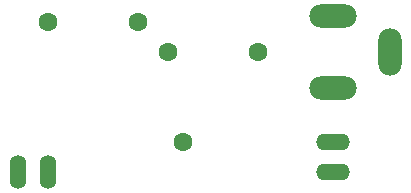
<source format=gbr>
G04 #@! TF.GenerationSoftware,KiCad,Pcbnew,(5.0.0)*
G04 #@! TF.CreationDate,2020-02-21T08:36:11-08:00*
G04 #@! TF.ProjectId,12V Power Circuit V4,31325620506F77657220436972637569,rev?*
G04 #@! TF.SameCoordinates,Original*
G04 #@! TF.FileFunction,Copper,L2,Bot,Signal*
G04 #@! TF.FilePolarity,Positive*
%FSLAX46Y46*%
G04 Gerber Fmt 4.6, Leading zero omitted, Abs format (unit mm)*
G04 Created by KiCad (PCBNEW (5.0.0)) date 02/21/20 08:36:11*
%MOMM*%
%LPD*%
G01*
G04 APERTURE LIST*
G04 #@! TA.AperFunction,ComponentPad*
%ADD10O,2.844800X1.422400*%
G04 #@! TD*
G04 #@! TA.AperFunction,ComponentPad*
%ADD11O,1.422400X2.844800*%
G04 #@! TD*
G04 #@! TA.AperFunction,ComponentPad*
%ADD12O,2.000000X4.000000*%
G04 #@! TD*
G04 #@! TA.AperFunction,ComponentPad*
%ADD13O,4.000000X2.000000*%
G04 #@! TD*
G04 #@! TA.AperFunction,ComponentPad*
%ADD14C,1.600200*%
G04 #@! TD*
G04 APERTURE END LIST*
D10*
G04 #@! TO.P,JP1,2*
G04 #@! TO.N,Net-(J1-Pad3)*
X163906100Y-111348600D03*
G04 #@! TO.P,JP1,1*
G04 #@! TO.N,Net-(D2-PadA)*
X163906100Y-113888600D03*
G04 #@! TD*
D11*
G04 #@! TO.P,JP2,2*
G04 #@! TO.N,Net-(C2-Pad1)*
X139776100Y-113888600D03*
G04 #@! TO.P,JP2,1*
G04 #@! TO.N,GND*
X137236100Y-113888600D03*
G04 #@! TD*
D12*
G04 #@! TO.P,J1,2*
G04 #@! TO.N,Net-(J1-Pad2)*
X168706100Y-103728600D03*
D13*
G04 #@! TO.P,J1,3*
G04 #@! TO.N,Net-(J1-Pad3)*
X163906100Y-100728600D03*
G04 #@! TO.P,J1,1*
G04 #@! TO.N,Net-(D1-PadA)*
X163906100Y-106828600D03*
G04 #@! TD*
D14*
G04 #@! TO.P,J2,2*
G04 #@! TO.N,Net-(C3-Pad1)*
X139776100Y-101188600D03*
G04 #@! TO.P,J2,1*
G04 #@! TO.N,Net-(J2-Pad1)*
X147396100Y-101188600D03*
G04 #@! TD*
G04 #@! TO.P,PAD1,1*
G04 #@! TO.N,Net-(C1-Pad1)*
X151206100Y-111348600D03*
G04 #@! TD*
G04 #@! TO.P,J3,2*
G04 #@! TO.N,Net-(J1-Pad3)*
X157556100Y-103728600D03*
G04 #@! TO.P,J3,1*
G04 #@! TO.N,GND*
X149936100Y-103728600D03*
G04 #@! TD*
M02*

</source>
